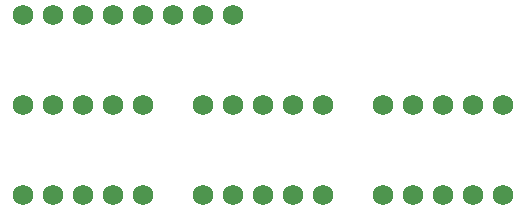
<source format=gbs>
G04 ---------------------------- Layer name :BOTTOM SOLDER LAYER*
G04 easyEDA 0.1*
G04 Scale: 100 percent, Rotated: No, Reflected: No *
G04 Dimensions in inches *
G04 leading zeros omitted , absolute positions ,2 integer and 4 * 
%FSLAX24Y24*%
%MOIN*%
G90*
G70D02*

%ADD11C,0.068000*%

%LPD*%
G54D11*
G01X2000Y5000D03*
G01X3000Y5000D03*
G01X4000Y5000D03*
G01X5000Y5000D03*
G01X6000Y5000D03*
G01X2000Y2000D03*
G01X3000Y2000D03*
G01X4000Y2000D03*
G01X5000Y2000D03*
G01X6000Y2000D03*
G01X8000Y5000D03*
G01X9000Y5000D03*
G01X10000Y5000D03*
G01X11000Y5000D03*
G01X12000Y5000D03*
G01X8000Y2000D03*
G01X11000Y2000D03*
G01X12000Y2000D03*
G01X14000Y5000D03*
G01X14000Y5000D03*
G01X15000Y5000D03*
G01X16000Y5000D03*
G01X17000Y5000D03*
G01X18000Y5000D03*
G01X14000Y2000D03*
G01X15000Y2000D03*
G01X16000Y2000D03*
G01X17000Y2000D03*
G01X18000Y2000D03*
G01X2000Y8000D03*
G01X3000Y8000D03*
G01X4000Y8000D03*
G01X6000Y8000D03*
G01X10000Y2000D03*
G01X9000Y2000D03*
G01X5000Y8000D03*
G01X7000Y8000D03*
G01X8000Y8000D03*
G01X9000Y8000D03*

M00*
M02*
</source>
